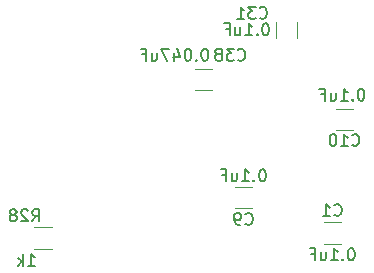
<source format=gbo>
G04 #@! TF.GenerationSoftware,KiCad,Pcbnew,8.0.4*
G04 #@! TF.CreationDate,2024-07-26T12:44:29-04:00*
G04 #@! TF.ProjectId,qse2,71736532-2e6b-4696-9361-645f70636258,rev?*
G04 #@! TF.SameCoordinates,Original*
G04 #@! TF.FileFunction,Legend,Bot*
G04 #@! TF.FilePolarity,Positive*
%FSLAX46Y46*%
G04 Gerber Fmt 4.6, Leading zero omitted, Abs format (unit mm)*
G04 Created by KiCad (PCBNEW 8.0.4) date 2024-07-26 12:44:29*
%MOMM*%
%LPD*%
G01*
G04 APERTURE LIST*
%ADD10C,0.150000*%
%ADD11C,0.120000*%
G04 APERTURE END LIST*
D10*
X144366666Y-67559580D02*
X144414285Y-67607200D01*
X144414285Y-67607200D02*
X144557142Y-67654819D01*
X144557142Y-67654819D02*
X144652380Y-67654819D01*
X144652380Y-67654819D02*
X144795237Y-67607200D01*
X144795237Y-67607200D02*
X144890475Y-67511961D01*
X144890475Y-67511961D02*
X144938094Y-67416723D01*
X144938094Y-67416723D02*
X144985713Y-67226247D01*
X144985713Y-67226247D02*
X144985713Y-67083390D01*
X144985713Y-67083390D02*
X144938094Y-66892914D01*
X144938094Y-66892914D02*
X144890475Y-66797676D01*
X144890475Y-66797676D02*
X144795237Y-66702438D01*
X144795237Y-66702438D02*
X144652380Y-66654819D01*
X144652380Y-66654819D02*
X144557142Y-66654819D01*
X144557142Y-66654819D02*
X144414285Y-66702438D01*
X144414285Y-66702438D02*
X144366666Y-66750057D01*
X143414285Y-67654819D02*
X143985713Y-67654819D01*
X143699999Y-67654819D02*
X143699999Y-66654819D01*
X143699999Y-66654819D02*
X143795237Y-66797676D01*
X143795237Y-66797676D02*
X143890475Y-66892914D01*
X143890475Y-66892914D02*
X143985713Y-66940533D01*
X145836856Y-70392819D02*
X145741618Y-70392819D01*
X145741618Y-70392819D02*
X145646380Y-70440438D01*
X145646380Y-70440438D02*
X145598761Y-70488057D01*
X145598761Y-70488057D02*
X145551142Y-70583295D01*
X145551142Y-70583295D02*
X145503523Y-70773771D01*
X145503523Y-70773771D02*
X145503523Y-71011866D01*
X145503523Y-71011866D02*
X145551142Y-71202342D01*
X145551142Y-71202342D02*
X145598761Y-71297580D01*
X145598761Y-71297580D02*
X145646380Y-71345200D01*
X145646380Y-71345200D02*
X145741618Y-71392819D01*
X145741618Y-71392819D02*
X145836856Y-71392819D01*
X145836856Y-71392819D02*
X145932094Y-71345200D01*
X145932094Y-71345200D02*
X145979713Y-71297580D01*
X145979713Y-71297580D02*
X146027332Y-71202342D01*
X146027332Y-71202342D02*
X146074951Y-71011866D01*
X146074951Y-71011866D02*
X146074951Y-70773771D01*
X146074951Y-70773771D02*
X146027332Y-70583295D01*
X146027332Y-70583295D02*
X145979713Y-70488057D01*
X145979713Y-70488057D02*
X145932094Y-70440438D01*
X145932094Y-70440438D02*
X145836856Y-70392819D01*
X145074951Y-71297580D02*
X145027332Y-71345200D01*
X145027332Y-71345200D02*
X145074951Y-71392819D01*
X145074951Y-71392819D02*
X145122570Y-71345200D01*
X145122570Y-71345200D02*
X145074951Y-71297580D01*
X145074951Y-71297580D02*
X145074951Y-71392819D01*
X144074952Y-71392819D02*
X144646380Y-71392819D01*
X144360666Y-71392819D02*
X144360666Y-70392819D01*
X144360666Y-70392819D02*
X144455904Y-70535676D01*
X144455904Y-70535676D02*
X144551142Y-70630914D01*
X144551142Y-70630914D02*
X144646380Y-70678533D01*
X143217809Y-70726152D02*
X143217809Y-71392819D01*
X143646380Y-70726152D02*
X143646380Y-71249961D01*
X143646380Y-71249961D02*
X143598761Y-71345200D01*
X143598761Y-71345200D02*
X143503523Y-71392819D01*
X143503523Y-71392819D02*
X143360666Y-71392819D01*
X143360666Y-71392819D02*
X143265428Y-71345200D01*
X143265428Y-71345200D02*
X143217809Y-71297580D01*
X142408285Y-70869009D02*
X142741618Y-70869009D01*
X142741618Y-71392819D02*
X142741618Y-70392819D01*
X142741618Y-70392819D02*
X142265428Y-70392819D01*
X136841666Y-68309580D02*
X136889285Y-68357200D01*
X136889285Y-68357200D02*
X137032142Y-68404819D01*
X137032142Y-68404819D02*
X137127380Y-68404819D01*
X137127380Y-68404819D02*
X137270237Y-68357200D01*
X137270237Y-68357200D02*
X137365475Y-68261961D01*
X137365475Y-68261961D02*
X137413094Y-68166723D01*
X137413094Y-68166723D02*
X137460713Y-67976247D01*
X137460713Y-67976247D02*
X137460713Y-67833390D01*
X137460713Y-67833390D02*
X137413094Y-67642914D01*
X137413094Y-67642914D02*
X137365475Y-67547676D01*
X137365475Y-67547676D02*
X137270237Y-67452438D01*
X137270237Y-67452438D02*
X137127380Y-67404819D01*
X137127380Y-67404819D02*
X137032142Y-67404819D01*
X137032142Y-67404819D02*
X136889285Y-67452438D01*
X136889285Y-67452438D02*
X136841666Y-67500057D01*
X136365475Y-68404819D02*
X136174999Y-68404819D01*
X136174999Y-68404819D02*
X136079761Y-68357200D01*
X136079761Y-68357200D02*
X136032142Y-68309580D01*
X136032142Y-68309580D02*
X135936904Y-68166723D01*
X135936904Y-68166723D02*
X135889285Y-67976247D01*
X135889285Y-67976247D02*
X135889285Y-67595295D01*
X135889285Y-67595295D02*
X135936904Y-67500057D01*
X135936904Y-67500057D02*
X135984523Y-67452438D01*
X135984523Y-67452438D02*
X136079761Y-67404819D01*
X136079761Y-67404819D02*
X136270237Y-67404819D01*
X136270237Y-67404819D02*
X136365475Y-67452438D01*
X136365475Y-67452438D02*
X136413094Y-67500057D01*
X136413094Y-67500057D02*
X136460713Y-67595295D01*
X136460713Y-67595295D02*
X136460713Y-67833390D01*
X136460713Y-67833390D02*
X136413094Y-67928628D01*
X136413094Y-67928628D02*
X136365475Y-67976247D01*
X136365475Y-67976247D02*
X136270237Y-68023866D01*
X136270237Y-68023866D02*
X136079761Y-68023866D01*
X136079761Y-68023866D02*
X135984523Y-67976247D01*
X135984523Y-67976247D02*
X135936904Y-67928628D01*
X135936904Y-67928628D02*
X135889285Y-67833390D01*
X138317856Y-63704819D02*
X138222618Y-63704819D01*
X138222618Y-63704819D02*
X138127380Y-63752438D01*
X138127380Y-63752438D02*
X138079761Y-63800057D01*
X138079761Y-63800057D02*
X138032142Y-63895295D01*
X138032142Y-63895295D02*
X137984523Y-64085771D01*
X137984523Y-64085771D02*
X137984523Y-64323866D01*
X137984523Y-64323866D02*
X138032142Y-64514342D01*
X138032142Y-64514342D02*
X138079761Y-64609580D01*
X138079761Y-64609580D02*
X138127380Y-64657200D01*
X138127380Y-64657200D02*
X138222618Y-64704819D01*
X138222618Y-64704819D02*
X138317856Y-64704819D01*
X138317856Y-64704819D02*
X138413094Y-64657200D01*
X138413094Y-64657200D02*
X138460713Y-64609580D01*
X138460713Y-64609580D02*
X138508332Y-64514342D01*
X138508332Y-64514342D02*
X138555951Y-64323866D01*
X138555951Y-64323866D02*
X138555951Y-64085771D01*
X138555951Y-64085771D02*
X138508332Y-63895295D01*
X138508332Y-63895295D02*
X138460713Y-63800057D01*
X138460713Y-63800057D02*
X138413094Y-63752438D01*
X138413094Y-63752438D02*
X138317856Y-63704819D01*
X137555951Y-64609580D02*
X137508332Y-64657200D01*
X137508332Y-64657200D02*
X137555951Y-64704819D01*
X137555951Y-64704819D02*
X137603570Y-64657200D01*
X137603570Y-64657200D02*
X137555951Y-64609580D01*
X137555951Y-64609580D02*
X137555951Y-64704819D01*
X136555952Y-64704819D02*
X137127380Y-64704819D01*
X136841666Y-64704819D02*
X136841666Y-63704819D01*
X136841666Y-63704819D02*
X136936904Y-63847676D01*
X136936904Y-63847676D02*
X137032142Y-63942914D01*
X137032142Y-63942914D02*
X137127380Y-63990533D01*
X135698809Y-64038152D02*
X135698809Y-64704819D01*
X136127380Y-64038152D02*
X136127380Y-64561961D01*
X136127380Y-64561961D02*
X136079761Y-64657200D01*
X136079761Y-64657200D02*
X135984523Y-64704819D01*
X135984523Y-64704819D02*
X135841666Y-64704819D01*
X135841666Y-64704819D02*
X135746428Y-64657200D01*
X135746428Y-64657200D02*
X135698809Y-64609580D01*
X134889285Y-64181009D02*
X135222618Y-64181009D01*
X135222618Y-64704819D02*
X135222618Y-63704819D01*
X135222618Y-63704819D02*
X134746428Y-63704819D01*
X145875857Y-61635580D02*
X145923476Y-61683200D01*
X145923476Y-61683200D02*
X146066333Y-61730819D01*
X146066333Y-61730819D02*
X146161571Y-61730819D01*
X146161571Y-61730819D02*
X146304428Y-61683200D01*
X146304428Y-61683200D02*
X146399666Y-61587961D01*
X146399666Y-61587961D02*
X146447285Y-61492723D01*
X146447285Y-61492723D02*
X146494904Y-61302247D01*
X146494904Y-61302247D02*
X146494904Y-61159390D01*
X146494904Y-61159390D02*
X146447285Y-60968914D01*
X146447285Y-60968914D02*
X146399666Y-60873676D01*
X146399666Y-60873676D02*
X146304428Y-60778438D01*
X146304428Y-60778438D02*
X146161571Y-60730819D01*
X146161571Y-60730819D02*
X146066333Y-60730819D01*
X146066333Y-60730819D02*
X145923476Y-60778438D01*
X145923476Y-60778438D02*
X145875857Y-60826057D01*
X144923476Y-61730819D02*
X145494904Y-61730819D01*
X145209190Y-61730819D02*
X145209190Y-60730819D01*
X145209190Y-60730819D02*
X145304428Y-60873676D01*
X145304428Y-60873676D02*
X145399666Y-60968914D01*
X145399666Y-60968914D02*
X145494904Y-61016533D01*
X144304428Y-60730819D02*
X144209190Y-60730819D01*
X144209190Y-60730819D02*
X144113952Y-60778438D01*
X144113952Y-60778438D02*
X144066333Y-60826057D01*
X144066333Y-60826057D02*
X144018714Y-60921295D01*
X144018714Y-60921295D02*
X143971095Y-61111771D01*
X143971095Y-61111771D02*
X143971095Y-61349866D01*
X143971095Y-61349866D02*
X144018714Y-61540342D01*
X144018714Y-61540342D02*
X144066333Y-61635580D01*
X144066333Y-61635580D02*
X144113952Y-61683200D01*
X144113952Y-61683200D02*
X144209190Y-61730819D01*
X144209190Y-61730819D02*
X144304428Y-61730819D01*
X144304428Y-61730819D02*
X144399666Y-61683200D01*
X144399666Y-61683200D02*
X144447285Y-61635580D01*
X144447285Y-61635580D02*
X144494904Y-61540342D01*
X144494904Y-61540342D02*
X144542523Y-61349866D01*
X144542523Y-61349866D02*
X144542523Y-61111771D01*
X144542523Y-61111771D02*
X144494904Y-60921295D01*
X144494904Y-60921295D02*
X144447285Y-60826057D01*
X144447285Y-60826057D02*
X144399666Y-60778438D01*
X144399666Y-60778438D02*
X144304428Y-60730819D01*
X146675856Y-56880819D02*
X146580618Y-56880819D01*
X146580618Y-56880819D02*
X146485380Y-56928438D01*
X146485380Y-56928438D02*
X146437761Y-56976057D01*
X146437761Y-56976057D02*
X146390142Y-57071295D01*
X146390142Y-57071295D02*
X146342523Y-57261771D01*
X146342523Y-57261771D02*
X146342523Y-57499866D01*
X146342523Y-57499866D02*
X146390142Y-57690342D01*
X146390142Y-57690342D02*
X146437761Y-57785580D01*
X146437761Y-57785580D02*
X146485380Y-57833200D01*
X146485380Y-57833200D02*
X146580618Y-57880819D01*
X146580618Y-57880819D02*
X146675856Y-57880819D01*
X146675856Y-57880819D02*
X146771094Y-57833200D01*
X146771094Y-57833200D02*
X146818713Y-57785580D01*
X146818713Y-57785580D02*
X146866332Y-57690342D01*
X146866332Y-57690342D02*
X146913951Y-57499866D01*
X146913951Y-57499866D02*
X146913951Y-57261771D01*
X146913951Y-57261771D02*
X146866332Y-57071295D01*
X146866332Y-57071295D02*
X146818713Y-56976057D01*
X146818713Y-56976057D02*
X146771094Y-56928438D01*
X146771094Y-56928438D02*
X146675856Y-56880819D01*
X145913951Y-57785580D02*
X145866332Y-57833200D01*
X145866332Y-57833200D02*
X145913951Y-57880819D01*
X145913951Y-57880819D02*
X145961570Y-57833200D01*
X145961570Y-57833200D02*
X145913951Y-57785580D01*
X145913951Y-57785580D02*
X145913951Y-57880819D01*
X144913952Y-57880819D02*
X145485380Y-57880819D01*
X145199666Y-57880819D02*
X145199666Y-56880819D01*
X145199666Y-56880819D02*
X145294904Y-57023676D01*
X145294904Y-57023676D02*
X145390142Y-57118914D01*
X145390142Y-57118914D02*
X145485380Y-57166533D01*
X144056809Y-57214152D02*
X144056809Y-57880819D01*
X144485380Y-57214152D02*
X144485380Y-57737961D01*
X144485380Y-57737961D02*
X144437761Y-57833200D01*
X144437761Y-57833200D02*
X144342523Y-57880819D01*
X144342523Y-57880819D02*
X144199666Y-57880819D01*
X144199666Y-57880819D02*
X144104428Y-57833200D01*
X144104428Y-57833200D02*
X144056809Y-57785580D01*
X143247285Y-57357009D02*
X143580618Y-57357009D01*
X143580618Y-57880819D02*
X143580618Y-56880819D01*
X143580618Y-56880819D02*
X143104428Y-56880819D01*
X136192857Y-54409580D02*
X136240476Y-54457200D01*
X136240476Y-54457200D02*
X136383333Y-54504819D01*
X136383333Y-54504819D02*
X136478571Y-54504819D01*
X136478571Y-54504819D02*
X136621428Y-54457200D01*
X136621428Y-54457200D02*
X136716666Y-54361961D01*
X136716666Y-54361961D02*
X136764285Y-54266723D01*
X136764285Y-54266723D02*
X136811904Y-54076247D01*
X136811904Y-54076247D02*
X136811904Y-53933390D01*
X136811904Y-53933390D02*
X136764285Y-53742914D01*
X136764285Y-53742914D02*
X136716666Y-53647676D01*
X136716666Y-53647676D02*
X136621428Y-53552438D01*
X136621428Y-53552438D02*
X136478571Y-53504819D01*
X136478571Y-53504819D02*
X136383333Y-53504819D01*
X136383333Y-53504819D02*
X136240476Y-53552438D01*
X136240476Y-53552438D02*
X136192857Y-53600057D01*
X135859523Y-53504819D02*
X135240476Y-53504819D01*
X135240476Y-53504819D02*
X135573809Y-53885771D01*
X135573809Y-53885771D02*
X135430952Y-53885771D01*
X135430952Y-53885771D02*
X135335714Y-53933390D01*
X135335714Y-53933390D02*
X135288095Y-53981009D01*
X135288095Y-53981009D02*
X135240476Y-54076247D01*
X135240476Y-54076247D02*
X135240476Y-54314342D01*
X135240476Y-54314342D02*
X135288095Y-54409580D01*
X135288095Y-54409580D02*
X135335714Y-54457200D01*
X135335714Y-54457200D02*
X135430952Y-54504819D01*
X135430952Y-54504819D02*
X135716666Y-54504819D01*
X135716666Y-54504819D02*
X135811904Y-54457200D01*
X135811904Y-54457200D02*
X135859523Y-54409580D01*
X134669047Y-53933390D02*
X134764285Y-53885771D01*
X134764285Y-53885771D02*
X134811904Y-53838152D01*
X134811904Y-53838152D02*
X134859523Y-53742914D01*
X134859523Y-53742914D02*
X134859523Y-53695295D01*
X134859523Y-53695295D02*
X134811904Y-53600057D01*
X134811904Y-53600057D02*
X134764285Y-53552438D01*
X134764285Y-53552438D02*
X134669047Y-53504819D01*
X134669047Y-53504819D02*
X134478571Y-53504819D01*
X134478571Y-53504819D02*
X134383333Y-53552438D01*
X134383333Y-53552438D02*
X134335714Y-53600057D01*
X134335714Y-53600057D02*
X134288095Y-53695295D01*
X134288095Y-53695295D02*
X134288095Y-53742914D01*
X134288095Y-53742914D02*
X134335714Y-53838152D01*
X134335714Y-53838152D02*
X134383333Y-53885771D01*
X134383333Y-53885771D02*
X134478571Y-53933390D01*
X134478571Y-53933390D02*
X134669047Y-53933390D01*
X134669047Y-53933390D02*
X134764285Y-53981009D01*
X134764285Y-53981009D02*
X134811904Y-54028628D01*
X134811904Y-54028628D02*
X134859523Y-54123866D01*
X134859523Y-54123866D02*
X134859523Y-54314342D01*
X134859523Y-54314342D02*
X134811904Y-54409580D01*
X134811904Y-54409580D02*
X134764285Y-54457200D01*
X134764285Y-54457200D02*
X134669047Y-54504819D01*
X134669047Y-54504819D02*
X134478571Y-54504819D01*
X134478571Y-54504819D02*
X134383333Y-54457200D01*
X134383333Y-54457200D02*
X134335714Y-54409580D01*
X134335714Y-54409580D02*
X134288095Y-54314342D01*
X134288095Y-54314342D02*
X134288095Y-54123866D01*
X134288095Y-54123866D02*
X134335714Y-54028628D01*
X134335714Y-54028628D02*
X134383333Y-53981009D01*
X134383333Y-53981009D02*
X134478571Y-53933390D01*
X133445237Y-53504819D02*
X133349999Y-53504819D01*
X133349999Y-53504819D02*
X133254761Y-53552438D01*
X133254761Y-53552438D02*
X133207142Y-53600057D01*
X133207142Y-53600057D02*
X133159523Y-53695295D01*
X133159523Y-53695295D02*
X133111904Y-53885771D01*
X133111904Y-53885771D02*
X133111904Y-54123866D01*
X133111904Y-54123866D02*
X133159523Y-54314342D01*
X133159523Y-54314342D02*
X133207142Y-54409580D01*
X133207142Y-54409580D02*
X133254761Y-54457200D01*
X133254761Y-54457200D02*
X133349999Y-54504819D01*
X133349999Y-54504819D02*
X133445237Y-54504819D01*
X133445237Y-54504819D02*
X133540475Y-54457200D01*
X133540475Y-54457200D02*
X133588094Y-54409580D01*
X133588094Y-54409580D02*
X133635713Y-54314342D01*
X133635713Y-54314342D02*
X133683332Y-54123866D01*
X133683332Y-54123866D02*
X133683332Y-53885771D01*
X133683332Y-53885771D02*
X133635713Y-53695295D01*
X133635713Y-53695295D02*
X133588094Y-53600057D01*
X133588094Y-53600057D02*
X133540475Y-53552438D01*
X133540475Y-53552438D02*
X133445237Y-53504819D01*
X132683332Y-54409580D02*
X132635713Y-54457200D01*
X132635713Y-54457200D02*
X132683332Y-54504819D01*
X132683332Y-54504819D02*
X132730951Y-54457200D01*
X132730951Y-54457200D02*
X132683332Y-54409580D01*
X132683332Y-54409580D02*
X132683332Y-54504819D01*
X132016666Y-53504819D02*
X131921428Y-53504819D01*
X131921428Y-53504819D02*
X131826190Y-53552438D01*
X131826190Y-53552438D02*
X131778571Y-53600057D01*
X131778571Y-53600057D02*
X131730952Y-53695295D01*
X131730952Y-53695295D02*
X131683333Y-53885771D01*
X131683333Y-53885771D02*
X131683333Y-54123866D01*
X131683333Y-54123866D02*
X131730952Y-54314342D01*
X131730952Y-54314342D02*
X131778571Y-54409580D01*
X131778571Y-54409580D02*
X131826190Y-54457200D01*
X131826190Y-54457200D02*
X131921428Y-54504819D01*
X131921428Y-54504819D02*
X132016666Y-54504819D01*
X132016666Y-54504819D02*
X132111904Y-54457200D01*
X132111904Y-54457200D02*
X132159523Y-54409580D01*
X132159523Y-54409580D02*
X132207142Y-54314342D01*
X132207142Y-54314342D02*
X132254761Y-54123866D01*
X132254761Y-54123866D02*
X132254761Y-53885771D01*
X132254761Y-53885771D02*
X132207142Y-53695295D01*
X132207142Y-53695295D02*
X132159523Y-53600057D01*
X132159523Y-53600057D02*
X132111904Y-53552438D01*
X132111904Y-53552438D02*
X132016666Y-53504819D01*
X130826190Y-53838152D02*
X130826190Y-54504819D01*
X131064285Y-53457200D02*
X131302380Y-54171485D01*
X131302380Y-54171485D02*
X130683333Y-54171485D01*
X130397618Y-53504819D02*
X129730952Y-53504819D01*
X129730952Y-53504819D02*
X130159523Y-54504819D01*
X128921428Y-53838152D02*
X128921428Y-54504819D01*
X129349999Y-53838152D02*
X129349999Y-54361961D01*
X129349999Y-54361961D02*
X129302380Y-54457200D01*
X129302380Y-54457200D02*
X129207142Y-54504819D01*
X129207142Y-54504819D02*
X129064285Y-54504819D01*
X129064285Y-54504819D02*
X128969047Y-54457200D01*
X128969047Y-54457200D02*
X128921428Y-54409580D01*
X128111904Y-53981009D02*
X128445237Y-53981009D01*
X128445237Y-54504819D02*
X128445237Y-53504819D01*
X128445237Y-53504819D02*
X127969047Y-53504819D01*
X138042857Y-50859580D02*
X138090476Y-50907200D01*
X138090476Y-50907200D02*
X138233333Y-50954819D01*
X138233333Y-50954819D02*
X138328571Y-50954819D01*
X138328571Y-50954819D02*
X138471428Y-50907200D01*
X138471428Y-50907200D02*
X138566666Y-50811961D01*
X138566666Y-50811961D02*
X138614285Y-50716723D01*
X138614285Y-50716723D02*
X138661904Y-50526247D01*
X138661904Y-50526247D02*
X138661904Y-50383390D01*
X138661904Y-50383390D02*
X138614285Y-50192914D01*
X138614285Y-50192914D02*
X138566666Y-50097676D01*
X138566666Y-50097676D02*
X138471428Y-50002438D01*
X138471428Y-50002438D02*
X138328571Y-49954819D01*
X138328571Y-49954819D02*
X138233333Y-49954819D01*
X138233333Y-49954819D02*
X138090476Y-50002438D01*
X138090476Y-50002438D02*
X138042857Y-50050057D01*
X137709523Y-49954819D02*
X137090476Y-49954819D01*
X137090476Y-49954819D02*
X137423809Y-50335771D01*
X137423809Y-50335771D02*
X137280952Y-50335771D01*
X137280952Y-50335771D02*
X137185714Y-50383390D01*
X137185714Y-50383390D02*
X137138095Y-50431009D01*
X137138095Y-50431009D02*
X137090476Y-50526247D01*
X137090476Y-50526247D02*
X137090476Y-50764342D01*
X137090476Y-50764342D02*
X137138095Y-50859580D01*
X137138095Y-50859580D02*
X137185714Y-50907200D01*
X137185714Y-50907200D02*
X137280952Y-50954819D01*
X137280952Y-50954819D02*
X137566666Y-50954819D01*
X137566666Y-50954819D02*
X137661904Y-50907200D01*
X137661904Y-50907200D02*
X137709523Y-50859580D01*
X136138095Y-50954819D02*
X136709523Y-50954819D01*
X136423809Y-50954819D02*
X136423809Y-49954819D01*
X136423809Y-49954819D02*
X136519047Y-50097676D01*
X136519047Y-50097676D02*
X136614285Y-50192914D01*
X136614285Y-50192914D02*
X136709523Y-50240533D01*
X138592856Y-51354819D02*
X138497618Y-51354819D01*
X138497618Y-51354819D02*
X138402380Y-51402438D01*
X138402380Y-51402438D02*
X138354761Y-51450057D01*
X138354761Y-51450057D02*
X138307142Y-51545295D01*
X138307142Y-51545295D02*
X138259523Y-51735771D01*
X138259523Y-51735771D02*
X138259523Y-51973866D01*
X138259523Y-51973866D02*
X138307142Y-52164342D01*
X138307142Y-52164342D02*
X138354761Y-52259580D01*
X138354761Y-52259580D02*
X138402380Y-52307200D01*
X138402380Y-52307200D02*
X138497618Y-52354819D01*
X138497618Y-52354819D02*
X138592856Y-52354819D01*
X138592856Y-52354819D02*
X138688094Y-52307200D01*
X138688094Y-52307200D02*
X138735713Y-52259580D01*
X138735713Y-52259580D02*
X138783332Y-52164342D01*
X138783332Y-52164342D02*
X138830951Y-51973866D01*
X138830951Y-51973866D02*
X138830951Y-51735771D01*
X138830951Y-51735771D02*
X138783332Y-51545295D01*
X138783332Y-51545295D02*
X138735713Y-51450057D01*
X138735713Y-51450057D02*
X138688094Y-51402438D01*
X138688094Y-51402438D02*
X138592856Y-51354819D01*
X137830951Y-52259580D02*
X137783332Y-52307200D01*
X137783332Y-52307200D02*
X137830951Y-52354819D01*
X137830951Y-52354819D02*
X137878570Y-52307200D01*
X137878570Y-52307200D02*
X137830951Y-52259580D01*
X137830951Y-52259580D02*
X137830951Y-52354819D01*
X136830952Y-52354819D02*
X137402380Y-52354819D01*
X137116666Y-52354819D02*
X137116666Y-51354819D01*
X137116666Y-51354819D02*
X137211904Y-51497676D01*
X137211904Y-51497676D02*
X137307142Y-51592914D01*
X137307142Y-51592914D02*
X137402380Y-51640533D01*
X135973809Y-51688152D02*
X135973809Y-52354819D01*
X136402380Y-51688152D02*
X136402380Y-52211961D01*
X136402380Y-52211961D02*
X136354761Y-52307200D01*
X136354761Y-52307200D02*
X136259523Y-52354819D01*
X136259523Y-52354819D02*
X136116666Y-52354819D01*
X136116666Y-52354819D02*
X136021428Y-52307200D01*
X136021428Y-52307200D02*
X135973809Y-52259580D01*
X135164285Y-51831009D02*
X135497618Y-51831009D01*
X135497618Y-52354819D02*
X135497618Y-51354819D01*
X135497618Y-51354819D02*
X135021428Y-51354819D01*
X118792857Y-68104819D02*
X119126190Y-67628628D01*
X119364285Y-68104819D02*
X119364285Y-67104819D01*
X119364285Y-67104819D02*
X118983333Y-67104819D01*
X118983333Y-67104819D02*
X118888095Y-67152438D01*
X118888095Y-67152438D02*
X118840476Y-67200057D01*
X118840476Y-67200057D02*
X118792857Y-67295295D01*
X118792857Y-67295295D02*
X118792857Y-67438152D01*
X118792857Y-67438152D02*
X118840476Y-67533390D01*
X118840476Y-67533390D02*
X118888095Y-67581009D01*
X118888095Y-67581009D02*
X118983333Y-67628628D01*
X118983333Y-67628628D02*
X119364285Y-67628628D01*
X118411904Y-67200057D02*
X118364285Y-67152438D01*
X118364285Y-67152438D02*
X118269047Y-67104819D01*
X118269047Y-67104819D02*
X118030952Y-67104819D01*
X118030952Y-67104819D02*
X117935714Y-67152438D01*
X117935714Y-67152438D02*
X117888095Y-67200057D01*
X117888095Y-67200057D02*
X117840476Y-67295295D01*
X117840476Y-67295295D02*
X117840476Y-67390533D01*
X117840476Y-67390533D02*
X117888095Y-67533390D01*
X117888095Y-67533390D02*
X118459523Y-68104819D01*
X118459523Y-68104819D02*
X117840476Y-68104819D01*
X117269047Y-67533390D02*
X117364285Y-67485771D01*
X117364285Y-67485771D02*
X117411904Y-67438152D01*
X117411904Y-67438152D02*
X117459523Y-67342914D01*
X117459523Y-67342914D02*
X117459523Y-67295295D01*
X117459523Y-67295295D02*
X117411904Y-67200057D01*
X117411904Y-67200057D02*
X117364285Y-67152438D01*
X117364285Y-67152438D02*
X117269047Y-67104819D01*
X117269047Y-67104819D02*
X117078571Y-67104819D01*
X117078571Y-67104819D02*
X116983333Y-67152438D01*
X116983333Y-67152438D02*
X116935714Y-67200057D01*
X116935714Y-67200057D02*
X116888095Y-67295295D01*
X116888095Y-67295295D02*
X116888095Y-67342914D01*
X116888095Y-67342914D02*
X116935714Y-67438152D01*
X116935714Y-67438152D02*
X116983333Y-67485771D01*
X116983333Y-67485771D02*
X117078571Y-67533390D01*
X117078571Y-67533390D02*
X117269047Y-67533390D01*
X117269047Y-67533390D02*
X117364285Y-67581009D01*
X117364285Y-67581009D02*
X117411904Y-67628628D01*
X117411904Y-67628628D02*
X117459523Y-67723866D01*
X117459523Y-67723866D02*
X117459523Y-67914342D01*
X117459523Y-67914342D02*
X117411904Y-68009580D01*
X117411904Y-68009580D02*
X117364285Y-68057200D01*
X117364285Y-68057200D02*
X117269047Y-68104819D01*
X117269047Y-68104819D02*
X117078571Y-68104819D01*
X117078571Y-68104819D02*
X116983333Y-68057200D01*
X116983333Y-68057200D02*
X116935714Y-68009580D01*
X116935714Y-68009580D02*
X116888095Y-67914342D01*
X116888095Y-67914342D02*
X116888095Y-67723866D01*
X116888095Y-67723866D02*
X116935714Y-67628628D01*
X116935714Y-67628628D02*
X116983333Y-67581009D01*
X116983333Y-67581009D02*
X117078571Y-67533390D01*
X118419047Y-71854819D02*
X118990475Y-71854819D01*
X118704761Y-71854819D02*
X118704761Y-70854819D01*
X118704761Y-70854819D02*
X118799999Y-70997676D01*
X118799999Y-70997676D02*
X118895237Y-71092914D01*
X118895237Y-71092914D02*
X118990475Y-71140533D01*
X117990475Y-71854819D02*
X117990475Y-70854819D01*
X117895237Y-71473866D02*
X117609523Y-71854819D01*
X117609523Y-71188152D02*
X117990475Y-71569104D01*
D11*
X143482748Y-68178000D02*
X144905252Y-68178000D01*
X143482748Y-69998000D02*
X144905252Y-69998000D01*
X137386252Y-65190000D02*
X135963748Y-65190000D01*
X137386252Y-67010000D02*
X135963748Y-67010000D01*
X144538748Y-58565000D02*
X145961252Y-58565000D01*
X144538748Y-60385000D02*
X145961252Y-60385000D01*
X134011252Y-55190000D02*
X132588748Y-55190000D01*
X134011252Y-57010000D02*
X132588748Y-57010000D01*
X139390000Y-52611252D02*
X139390000Y-51188748D01*
X141210000Y-52611252D02*
X141210000Y-51188748D01*
X120427064Y-68590000D02*
X118972936Y-68590000D01*
X120427064Y-70410000D02*
X118972936Y-70410000D01*
M02*

</source>
